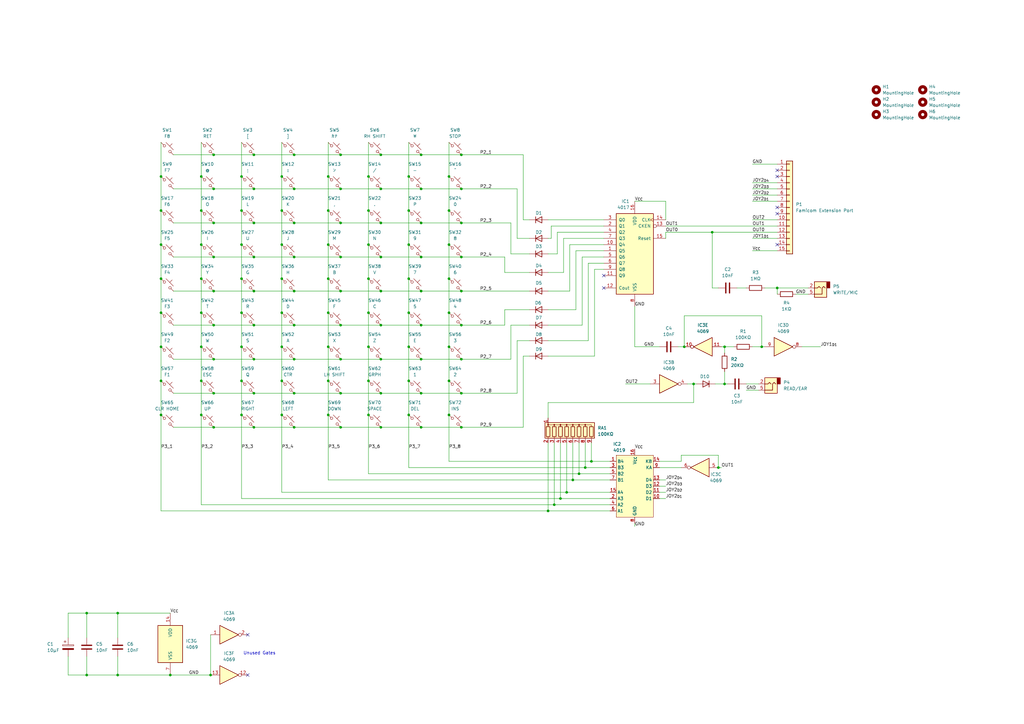
<source format=kicad_sch>
(kicad_sch (version 20250114) (generator "eeschema") (generator_version "9.0")
  (paper "A3")
  (title_block (title "Nintendo Famicom Keyboard HVC-007") (date "25/DEC/2025") (rev "WIP") (company "Brett Hallen"))
  (text "Unused Gates" (at 106.426 267.97 0) (effects (font (size 1.27 1.27))))
  (junction (at 99.06 86.36))
  (junction (at 87.63 161.29))
  (junction (at 134.62 142.24))
  (junction (at 184.15 86.36))
  (junction (at 69.85 276.86))
  (junction (at 115.57 156.21))
  (junction (at 66.04 114.3))
  (junction (at 240.03 191.77))
  (junction (at 151.13 86.36))
  (junction (at 134.62 170.18))
  (junction (at 156.21 63.5))
  (junction (at 172.72 63.5))
  (junction (at 151.13 100.33))
  (junction (at 151.13 142.24))
  (junction (at 87.63 77.47))
  (junction (at 167.64 86.36))
  (junction (at 82.55 100.33))
  (junction (at 172.72 77.47))
  (junction (at 172.72 147.32))
  (junction (at 104.14 119.38))
  (junction (at 99.06 72.39))
  (junction (at 139.7 105.41))
  (junction (at 115.57 86.36))
  (junction (at 167.64 142.24))
  (junction (at 234.95 196.85))
  (junction (at 87.63 119.38))
  (junction (at 156.21 161.29))
  (junction (at 87.63 175.26))
  (junction (at 189.23 147.32))
  (junction (at 115.57 72.39))
  (junction (at 284.48 157.48))
  (junction (at 242.57 189.23))
  (junction (at 167.64 170.18))
  (junction (at 35.56 276.86))
  (junction (at 99.06 128.27))
  (junction (at 224.79 209.55))
  (junction (at 66.04 142.24))
  (junction (at 151.13 72.39))
  (junction (at 318.77 118.11))
  (junction (at 189.23 119.38))
  (junction (at 120.65 175.26))
  (junction (at 156.21 119.38))
  (junction (at 189.23 63.5))
  (junction (at 120.65 147.32))
  (junction (at 151.13 156.21))
  (junction (at 104.14 133.35))
  (junction (at 87.63 147.32))
  (junction (at 66.04 128.27))
  (junction (at 134.62 114.3))
  (junction (at 167.64 100.33))
  (junction (at 184.15 72.39))
  (junction (at 48.26 251.46))
  (junction (at 115.57 114.3))
  (junction (at 120.65 105.41))
  (junction (at 66.04 100.33))
  (junction (at 104.14 105.41))
  (junction (at 184.15 156.21))
  (junction (at 134.62 100.33))
  (junction (at 82.55 128.27))
  (junction (at 189.23 161.29))
  (junction (at 312.42 142.24))
  (junction (at 294.64 191.77))
  (junction (at 99.06 142.24))
  (junction (at 229.87 204.47))
  (junction (at 82.55 72.39))
  (junction (at 280.67 142.24))
  (junction (at 297.18 157.48))
  (junction (at 139.7 63.5))
  (junction (at 120.65 63.5))
  (junction (at 104.14 147.32))
  (junction (at 104.14 175.26))
  (junction (at 156.21 105.41))
  (junction (at 66.04 72.39))
  (junction (at 156.21 147.32))
  (junction (at 167.64 72.39))
  (junction (at 99.06 114.3))
  (junction (at 151.13 128.27))
  (junction (at 87.63 105.41))
  (junction (at 184.15 128.27))
  (junction (at 297.18 142.24))
  (junction (at 139.7 77.47))
  (junction (at 139.7 161.29))
  (junction (at 184.15 170.18))
  (junction (at 189.23 175.26))
  (junction (at 139.7 147.32))
  (junction (at 167.64 114.3))
  (junction (at 184.15 142.24))
  (junction (at 172.72 161.29))
  (junction (at 120.65 119.38))
  (junction (at 139.7 119.38))
  (junction (at 104.14 77.47))
  (junction (at 87.63 91.44))
  (junction (at 227.33 207.01))
  (junction (at 82.55 156.21))
  (junction (at 134.62 86.36))
  (junction (at 167.64 128.27))
  (junction (at 139.7 133.35))
  (junction (at 237.49 194.31))
  (junction (at 156.21 175.26))
  (junction (at 104.14 91.44))
  (junction (at 87.63 133.35))
  (junction (at 104.14 63.5))
  (junction (at 104.14 161.29))
  (junction (at 120.65 161.29))
  (junction (at 189.23 91.44))
  (junction (at 139.7 175.26))
  (junction (at 139.7 91.44))
  (junction (at 115.57 170.18))
  (junction (at 120.65 91.44))
  (junction (at 86.36 276.86))
  (junction (at 115.57 128.27))
  (junction (at 99.06 100.33))
  (junction (at 120.65 133.35))
  (junction (at 99.06 170.18))
  (junction (at 134.62 156.21))
  (junction (at 156.21 133.35))
  (junction (at 134.62 72.39))
  (junction (at 189.23 133.35))
  (junction (at 172.72 119.38))
  (junction (at 172.72 91.44))
  (junction (at 184.15 100.33))
  (junction (at 167.64 156.21))
  (junction (at 82.55 114.3))
  (junction (at 156.21 91.44))
  (junction (at 66.04 86.36))
  (junction (at 232.41 201.93))
  (junction (at 184.15 114.3))
  (junction (at 172.72 175.26))
  (junction (at 35.56 251.46))
  (junction (at 82.55 142.24))
  (junction (at 151.13 170.18))
  (junction (at 99.06 156.21))
  (junction (at 66.04 156.21))
  (junction (at 151.13 114.3))
  (junction (at 172.72 105.41))
  (junction (at 189.23 77.47))
  (junction (at 66.04 170.18))
  (junction (at 82.55 86.36))
  (junction (at 156.21 77.47))
  (junction (at 189.23 105.41))
  (junction (at 48.26 276.86))
  (junction (at 134.62 128.27))
  (junction (at 172.72 133.35))
  (junction (at 115.57 100.33))
  (junction (at 115.57 142.24))
  (junction (at 82.55 170.18))
  (junction (at 87.63 63.5))
  (junction (at 120.65 77.47))
  (junction (at 292.1 95.25))
  (no_connect (at 318.77 69.85))
  (no_connect (at 318.77 72.39))
  (no_connect (at 101.6 260.35))
  (no_connect (at 318.77 85.09))
  (no_connect (at 247.65 113.03))
  (no_connect (at 247.65 118.11))
  (no_connect (at 101.6 276.86))
  (no_connect (at 318.77 87.63))
  (no_connect (at 318.77 100.33))
  (wire (pts (xy 273.05 95.25) (xy 273.05 97.79)))
  (wire (pts (xy 115.57 114.3) (xy 115.57 128.27)))
  (wire (pts (xy 294.64 186.69) (xy 294.64 191.77)))
  (wire (pts (xy 237.49 181.61) (xy 237.49 194.31)))
  (wire (pts (xy 66.04 100.33) (xy 66.04 114.3)))
  (wire (pts (xy 293.37 157.48) (xy 297.18 157.48)))
  (wire (pts (xy 139.7 91.44) (xy 156.21 91.44)))
  (wire (pts (xy 279.4 186.69) (xy 294.64 186.69)))
  (wire (pts (xy 234.95 196.85) (xy 134.62 196.85)))
  (wire (pts (xy 71.12 63.5) (xy 87.63 63.5)))
  (wire (pts (xy 242.57 189.23) (xy 184.15 189.23)))
  (wire (pts (xy 184.15 72.39) (xy 184.15 86.36)))
  (wire (pts (xy 104.14 161.29) (xy 120.65 161.29)))
  (wire (pts (xy 151.13 58.42) (xy 151.13 72.39)))
  (wire (pts (xy 273.05 92.71) (xy 318.77 92.71)))
  (wire (pts (xy 172.72 175.26) (xy 189.23 175.26)))
  (wire (pts (xy 172.72 119.38) (xy 189.23 119.38)))
  (wire (pts (xy 71.12 133.35) (xy 87.63 133.35)))
  (wire (pts (xy 87.63 161.29) (xy 104.14 161.29)))
  (wire (pts (xy 233.68 100.33) (xy 247.65 100.33)))
  (wire (pts (xy 302.26 118.11) (xy 306.07 118.11)))
  (wire (pts (xy 227.33 207.01) (xy 82.55 207.01)))
  (wire (pts (xy 99.06 128.27) (xy 99.06 142.24)))
  (wire (pts (xy 115.57 58.42) (xy 115.57 72.39)))
  (wire (pts (xy 99.06 100.33) (xy 99.06 114.3)))
  (wire (pts (xy 48.26 251.46) (xy 69.85 251.46)))
  (wire (pts (xy 115.57 86.36) (xy 115.57 100.33)))
  (wire (pts (xy 189.23 63.5) (xy 214.63 63.5)))
  (wire (pts (xy 27.94 276.86) (xy 35.56 276.86)))
  (wire (pts (xy 279.4 189.23) (xy 279.4 186.69)))
  (wire (pts (xy 35.56 269.24) (xy 35.56 276.86)))
  (wire (pts (xy 189.23 77.47) (xy 212.09 77.47)))
  (wire (pts (xy 82.55 156.21) (xy 82.55 170.18)))
  (wire (pts (xy 66.04 86.36) (xy 66.04 100.33)))
  (wire (pts (xy 231.14 111.76) (xy 231.14 97.79)))
  (wire (pts (xy 238.76 133.35) (xy 238.76 105.41)))
  (wire (pts (xy 250.19 194.31) (xy 237.49 194.31)))
  (wire (pts (xy 82.55 128.27) (xy 82.55 142.24)))
  (wire (pts (xy 273.05 196.85) (xy 270.51 196.85)))
  (wire (pts (xy 151.13 128.27) (xy 151.13 142.24)))
  (wire (pts (xy 156.21 63.5) (xy 172.72 63.5)))
  (wire (pts (xy 214.63 90.17) (xy 214.63 63.5)))
  (wire (pts (xy 189.23 161.29) (xy 212.09 161.29)))
  (wire (pts (xy 82.55 170.18) (xy 82.55 207.01)))
  (wire (pts (xy 212.09 97.79) (xy 212.09 77.47)))
  (wire (pts (xy 172.72 161.29) (xy 189.23 161.29)))
  (wire (pts (xy 139.7 105.41) (xy 156.21 105.41)))
  (wire (pts (xy 270.51 191.77) (xy 279.4 191.77)))
  (wire (pts (xy 156.21 133.35) (xy 172.72 133.35)))
  (wire (pts (xy 134.62 58.42) (xy 134.62 72.39)))
  (wire (pts (xy 250.19 189.23) (xy 242.57 189.23)))
  (wire (pts (xy 217.17 90.17) (xy 214.63 90.17)))
  (wire (pts (xy 184.15 128.27) (xy 184.15 142.24)))
  (wire (pts (xy 250.19 201.93) (xy 232.41 201.93)))
  (wire (pts (xy 167.64 86.36) (xy 167.64 100.33)))
  (wire (pts (xy 82.55 58.42) (xy 82.55 72.39)))
  (wire (pts (xy 292.1 95.25) (xy 292.1 118.11)))
  (wire (pts (xy 250.19 191.77) (xy 240.03 191.77)))
  (wire (pts (xy 167.64 142.24) (xy 167.64 156.21)))
  (wire (pts (xy 35.56 251.46) (xy 48.26 251.46)))
  (wire (pts (xy 184.15 58.42) (xy 184.15 72.39)))
  (wire (pts (xy 48.26 261.62) (xy 48.26 251.46)))
  (wire (pts (xy 87.63 175.26) (xy 104.14 175.26)))
  (wire (pts (xy 312.42 129.54) (xy 312.42 142.24)))
  (wire (pts (xy 172.72 133.35) (xy 189.23 133.35)))
  (wire (pts (xy 167.64 128.27) (xy 167.64 142.24)))
  (wire (pts (xy 71.12 105.41) (xy 87.63 105.41)))
  (wire (pts (xy 224.79 139.7) (xy 241.3 139.7)))
  (wire (pts (xy 306.07 157.48) (xy 311.15 157.48)))
  (wire (pts (xy 242.57 181.61) (xy 242.57 189.23)))
  (wire (pts (xy 134.62 86.36) (xy 134.62 100.33)))
  (wire (pts (xy 280.67 142.24) (xy 280.67 129.54)))
  (wire (pts (xy 189.23 133.35) (xy 207.01 133.35)))
  (wire (pts (xy 66.04 142.24) (xy 66.04 156.21)))
  (wire (pts (xy 27.94 251.46) (xy 35.56 251.46)))
  (wire (pts (xy 139.7 77.47) (xy 156.21 77.47)))
  (wire (pts (xy 104.14 63.5) (xy 120.65 63.5)))
  (wire (pts (xy 99.06 86.36) (xy 99.06 100.33)))
  (wire (pts (xy 115.57 100.33) (xy 115.57 114.3)))
  (wire (pts (xy 292.1 95.25) (xy 318.77 95.25)))
  (wire (pts (xy 115.57 156.21) (xy 115.57 170.18)))
  (wire (pts (xy 151.13 72.39) (xy 151.13 86.36)))
  (wire (pts (xy 87.63 63.5) (xy 104.14 63.5)))
  (wire (pts (xy 212.09 139.7) (xy 212.09 161.29)))
  (wire (pts (xy 207.01 111.76) (xy 207.01 105.41)))
  (wire (pts (xy 115.57 142.24) (xy 115.57 156.21)))
  (wire (pts (xy 87.63 119.38) (xy 104.14 119.38)))
  (wire (pts (xy 236.22 102.87) (xy 247.65 102.87)))
  (wire (pts (xy 82.55 86.36) (xy 82.55 100.33)))
  (wire (pts (xy 189.23 119.38) (xy 217.17 119.38)))
  (wire (pts (xy 104.14 105.41) (xy 120.65 105.41)))
  (wire (pts (xy 139.7 119.38) (xy 156.21 119.38)))
  (wire (pts (xy 243.84 110.49) (xy 247.65 110.49)))
  (wire (pts (xy 189.23 91.44) (xy 209.55 91.44)))
  (wire (pts (xy 209.55 104.14) (xy 209.55 91.44)))
  (wire (pts (xy 232.41 181.61) (xy 232.41 201.93)))
  (wire (pts (xy 120.65 91.44) (xy 139.7 91.44)))
  (wire (pts (xy 306.07 160.02) (xy 311.15 160.02)))
  (wire (pts (xy 260.35 82.55) (xy 273.05 82.55)))
  (wire (pts (xy 87.63 133.35) (xy 104.14 133.35)))
  (wire (pts (xy 120.65 105.41) (xy 139.7 105.41)))
  (wire (pts (xy 167.64 58.42) (xy 167.64 72.39)))
  (wire (pts (xy 134.62 72.39) (xy 134.62 86.36)))
  (wire (pts (xy 104.14 147.32) (xy 120.65 147.32)))
  (wire (pts (xy 217.17 139.7) (xy 212.09 139.7)))
  (wire (pts (xy 224.79 90.17) (xy 247.65 90.17)))
  (wire (pts (xy 238.76 105.41) (xy 247.65 105.41)))
  (wire (pts (xy 66.04 72.39) (xy 66.04 86.36)))
  (wire (pts (xy 308.61 97.79) (xy 318.77 97.79)))
  (wire (pts (xy 167.64 114.3) (xy 167.64 128.27)))
  (wire (pts (xy 184.15 100.33) (xy 184.15 114.3)))
  (wire (pts (xy 151.13 142.24) (xy 151.13 156.21)))
  (wire (pts (xy 207.01 127) (xy 207.01 133.35)))
  (wire (pts (xy 232.41 201.93) (xy 115.57 201.93)))
  (wire (pts (xy 115.57 170.18) (xy 115.57 201.93)))
  (wire (pts (xy 120.65 119.38) (xy 139.7 119.38)))
  (wire (pts (xy 250.19 204.47) (xy 229.87 204.47)))
  (wire (pts (xy 278.13 142.24) (xy 280.67 142.24)))
  (wire (pts (xy 134.62 142.24) (xy 134.62 156.21)))
  (wire (pts (xy 66.04 170.18) (xy 66.04 209.55)))
  (wire (pts (xy 104.14 77.47) (xy 120.65 77.47)))
  (wire (pts (xy 260.35 125.73) (xy 260.35 142.24)))
  (wire (pts (xy 184.15 156.21) (xy 184.15 170.18)))
  (wire (pts (xy 240.03 181.61) (xy 240.03 191.77)))
  (wire (pts (xy 167.64 100.33) (xy 167.64 114.3)))
  (wire (pts (xy 224.79 111.76) (xy 231.14 111.76)))
  (wire (pts (xy 139.7 175.26) (xy 156.21 175.26)))
  (wire (pts (xy 318.77 118.11) (xy 313.69 118.11)))
  (wire (pts (xy 297.18 144.78) (xy 297.18 142.24)))
  (wire (pts (xy 167.64 156.21) (xy 167.64 170.18)))
  (wire (pts (xy 82.55 72.39) (xy 82.55 86.36)))
  (wire (pts (xy 99.06 114.3) (xy 99.06 128.27)))
  (wire (pts (xy 104.14 119.38) (xy 120.65 119.38)))
  (wire (pts (xy 115.57 72.39) (xy 115.57 86.36)))
  (wire (pts (xy 86.36 260.35) (xy 86.36 276.86)))
  (wire (pts (xy 224.79 181.61) (xy 224.79 209.55)))
  (wire (pts (xy 120.65 147.32) (xy 139.7 147.32)))
  (wire (pts (xy 217.17 104.14) (xy 209.55 104.14)))
  (wire (pts (xy 228.6 95.25) (xy 247.65 95.25)))
  (wire (pts (xy 151.13 114.3) (xy 151.13 128.27)))
  (wire (pts (xy 217.17 97.79) (xy 212.09 97.79)))
  (wire (pts (xy 273.05 201.93) (xy 270.51 201.93)))
  (wire (pts (xy 172.72 77.47) (xy 189.23 77.47)))
  (wire (pts (xy 184.15 142.24) (xy 184.15 156.21)))
  (wire (pts (xy 227.33 181.61) (xy 227.33 207.01)))
  (wire (pts (xy 139.7 63.5) (xy 156.21 63.5)))
  (wire (pts (xy 284.48 157.48) (xy 285.75 157.48)))
  (wire (pts (xy 167.64 170.18) (xy 167.64 191.77)))
  (wire (pts (xy 308.61 102.87) (xy 318.77 102.87)))
  (wire (pts (xy 120.65 133.35) (xy 139.7 133.35)))
  (wire (pts (xy 297.18 157.48) (xy 298.45 157.48)))
  (wire (pts (xy 308.61 77.47) (xy 318.77 77.47)))
  (wire (pts (xy 217.17 127) (xy 207.01 127)))
  (wire (pts (xy 224.79 104.14) (xy 228.6 104.14)))
  (wire (pts (xy 134.62 170.18) (xy 134.62 196.85)))
  (wire (pts (xy 331.47 118.11) (xy 318.77 118.11)))
  (wire (pts (xy 69.85 276.86) (xy 48.26 276.86)))
  (wire (pts (xy 82.55 100.33) (xy 82.55 114.3)))
  (wire (pts (xy 71.12 175.26) (xy 87.63 175.26)))
  (wire (pts (xy 308.61 67.31) (xy 318.77 67.31)))
  (wire (pts (xy 228.6 104.14) (xy 228.6 95.25)))
  (wire (pts (xy 120.65 77.47) (xy 139.7 77.47)))
  (wire (pts (xy 115.57 128.27) (xy 115.57 142.24)))
  (wire (pts (xy 273.05 204.47) (xy 270.51 204.47)))
  (wire (pts (xy 184.15 86.36) (xy 184.15 100.33)))
  (wire (pts (xy 229.87 181.61) (xy 229.87 204.47)))
  (wire (pts (xy 240.03 191.77) (xy 167.64 191.77)))
  (wire (pts (xy 217.17 111.76) (xy 207.01 111.76)))
  (wire (pts (xy 189.23 147.32) (xy 209.55 147.32)))
  (wire (pts (xy 297.18 152.4) (xy 297.18 157.48)))
  (wire (pts (xy 273.05 199.39) (xy 270.51 199.39)))
  (wire (pts (xy 139.7 161.29) (xy 156.21 161.29)))
  (wire (pts (xy 281.94 157.48) (xy 284.48 157.48)))
  (wire (pts (xy 99.06 58.42) (xy 99.06 72.39)))
  (wire (pts (xy 172.72 91.44) (xy 189.23 91.44)))
  (wire (pts (xy 217.17 146.05) (xy 214.63 146.05)))
  (wire (pts (xy 156.21 175.26) (xy 172.72 175.26)))
  (wire (pts (xy 156.21 105.41) (xy 172.72 105.41)))
  (wire (pts (xy 156.21 119.38) (xy 172.72 119.38)))
  (wire (pts (xy 318.77 118.11) (xy 318.77 120.65)))
  (wire (pts (xy 151.13 156.21) (xy 151.13 170.18)))
  (wire (pts (xy 66.04 114.3) (xy 66.04 128.27)))
  (wire (pts (xy 99.06 72.39) (xy 99.06 86.36)))
  (wire (pts (xy 237.49 194.31) (xy 151.13 194.31)))
  (wire (pts (xy 224.79 171.45) (xy 224.79 165.1)))
  (wire (pts (xy 250.19 196.85) (xy 234.95 196.85)))
  (wire (pts (xy 224.79 165.1) (xy 284.48 165.1)))
  (wire (pts (xy 224.79 146.05) (xy 243.84 146.05)))
  (wire (pts (xy 209.55 133.35) (xy 209.55 147.32)))
  (wire (pts (xy 273.05 95.25) (xy 292.1 95.25)))
  (wire (pts (xy 82.55 114.3) (xy 82.55 128.27)))
  (wire (pts (xy 172.72 63.5) (xy 189.23 63.5)))
  (wire (pts (xy 99.06 142.24) (xy 99.06 156.21)))
  (wire (pts (xy 134.62 128.27) (xy 134.62 142.24)))
  (wire (pts (xy 66.04 58.42) (xy 66.04 72.39)))
  (wire (pts (xy 156.21 91.44) (xy 172.72 91.44)))
  (wire (pts (xy 66.04 156.21) (xy 66.04 170.18)))
  (wire (pts (xy 217.17 133.35) (xy 209.55 133.35)))
  (wire (pts (xy 224.79 119.38) (xy 233.68 119.38)))
  (wire (pts (xy 295.91 142.24) (xy 297.18 142.24)))
  (wire (pts (xy 104.14 175.26) (xy 120.65 175.26)))
  (wire (pts (xy 189.23 175.26) (xy 214.63 175.26)))
  (wire (pts (xy 35.56 251.46) (xy 35.56 261.62)))
  (wire (pts (xy 250.19 207.01) (xy 227.33 207.01)))
  (wire (pts (xy 226.06 97.79) (xy 226.06 92.71)))
  (wire (pts (xy 167.64 72.39) (xy 167.64 86.36)))
  (wire (pts (xy 214.63 146.05) (xy 214.63 175.26)))
  (wire (pts (xy 99.06 170.18) (xy 99.06 204.47)))
  (wire (pts (xy 308.61 82.55) (xy 318.77 82.55)))
  (wire (pts (xy 134.62 156.21) (xy 134.62 170.18)))
  (wire (pts (xy 134.62 100.33) (xy 134.62 114.3)))
  (wire (pts (xy 224.79 127) (xy 236.22 127)))
  (wire (pts (xy 82.55 142.24) (xy 82.55 156.21)))
  (wire (pts (xy 243.84 146.05) (xy 243.84 110.49)))
  (wire (pts (xy 326.39 120.65) (xy 331.47 120.65)))
  (wire (pts (xy 71.12 77.47) (xy 87.63 77.47)))
  (wire (pts (xy 241.3 107.95) (xy 247.65 107.95)))
  (wire (pts (xy 184.15 114.3) (xy 184.15 128.27)))
  (wire (pts (xy 151.13 100.33) (xy 151.13 114.3)))
  (wire (pts (xy 328.93 142.24) (xy 336.55 142.24)))
  (wire (pts (xy 71.12 119.38) (xy 87.63 119.38)))
  (wire (pts (xy 35.56 276.86) (xy 48.26 276.86)))
  (wire (pts (xy 87.63 77.47) (xy 104.14 77.47)))
  (wire (pts (xy 224.79 97.79) (xy 226.06 97.79)))
  (wire (pts (xy 87.63 147.32) (xy 104.14 147.32)))
  (wire (pts (xy 260.35 214.63) (xy 260.35 215.9)))
  (wire (pts (xy 189.23 105.41) (xy 207.01 105.41)))
  (wire (pts (xy 151.13 170.18) (xy 151.13 194.31)))
  (wire (pts (xy 308.61 80.01) (xy 318.77 80.01)))
  (wire (pts (xy 156.21 161.29) (xy 172.72 161.29)))
  (wire (pts (xy 308.61 142.24) (xy 312.42 142.24)))
  (wire (pts (xy 66.04 128.27) (xy 66.04 142.24)))
  (wire (pts (xy 71.12 161.29) (xy 87.63 161.29)))
  (wire (pts (xy 104.14 133.35) (xy 120.65 133.35)))
  (wire (pts (xy 120.65 161.29) (xy 139.7 161.29)))
  (wire (pts (xy 27.94 269.24) (xy 27.94 276.86)))
  (wire (pts (xy 156.21 77.47) (xy 172.72 77.47)))
  (wire (pts (xy 297.18 142.24) (xy 300.99 142.24)))
  (wire (pts (xy 236.22 127) (xy 236.22 102.87)))
  (wire (pts (xy 184.15 170.18) (xy 184.15 189.23)))
  (wire (pts (xy 241.3 139.7) (xy 241.3 107.95)))
  (wire (pts (xy 295.91 191.77) (xy 294.64 191.77)))
  (wire (pts (xy 256.54 157.48) (xy 266.7 157.48)))
  (wire (pts (xy 151.13 86.36) (xy 151.13 100.33)))
  (wire (pts (xy 48.26 276.86) (xy 48.26 269.24)))
  (wire (pts (xy 120.65 175.26) (xy 139.7 175.26)))
  (wire (pts (xy 71.12 91.44) (xy 87.63 91.44)))
  (wire (pts (xy 250.19 209.55) (xy 224.79 209.55)))
  (wire (pts (xy 284.48 165.1) (xy 284.48 157.48)))
  (wire (pts (xy 134.62 114.3) (xy 134.62 128.27)))
  (wire (pts (xy 104.14 91.44) (xy 120.65 91.44)))
  (wire (pts (xy 27.94 251.46) (xy 27.94 261.62)))
  (wire (pts (xy 312.42 142.24) (xy 313.69 142.24)))
  (wire (pts (xy 231.14 97.79) (xy 247.65 97.79)))
  (wire (pts (xy 229.87 204.47) (xy 99.06 204.47)))
  (wire (pts (xy 71.12 147.32) (xy 87.63 147.32)))
  (wire (pts (xy 224.79 209.55) (xy 66.04 209.55)))
  (wire (pts (xy 172.72 105.41) (xy 189.23 105.41)))
  (wire (pts (xy 120.65 63.5) (xy 139.7 63.5)))
  (wire (pts (xy 308.61 74.93) (xy 318.77 74.93)))
  (wire (pts (xy 87.63 91.44) (xy 104.14 91.44)))
  (wire (pts (xy 292.1 118.11) (xy 294.64 118.11)))
  (wire (pts (xy 226.06 92.71) (xy 247.65 92.71)))
  (wire (pts (xy 308.61 90.17) (xy 318.77 90.17)))
  (wire (pts (xy 172.72 147.32) (xy 189.23 147.32)))
  (wire (pts (xy 99.06 156.21) (xy 99.06 170.18)))
  (wire (pts (xy 270.51 189.23) (xy 279.4 189.23)))
  (wire (pts (xy 280.67 129.54) (xy 312.42 129.54)))
  (wire (pts (xy 260.35 142.24) (xy 270.51 142.24)))
  (wire (pts (xy 69.85 276.86) (xy 86.36 276.86)))
  (wire (pts (xy 156.21 147.32) (xy 172.72 147.32)))
  (wire (pts (xy 139.7 133.35) (xy 156.21 133.35)))
  (wire (pts (xy 234.95 181.61) (xy 234.95 196.85)))
  (wire (pts (xy 224.79 133.35) (xy 238.76 133.35)))
  (wire (pts (xy 233.68 119.38) (xy 233.68 100.33)))
  (wire (pts (xy 139.7 147.32) (xy 156.21 147.32)))
  (wire (pts (xy 87.63 105.41) (xy 104.14 105.41)))
  (wire (pts (xy 273.05 90.17) (xy 273.05 82.55)))
  (label "OUT1" (at 273.05 92.71 0))
  (label "JOY2_{D2}" (at 273.05 201.93 0))
  (label "OUT1" (at 295.91 191.77 0))
  (label "GND" (at 260.35 125.73 0))
  (label "JOY2_{D3}" (at 273.05 199.39 0))
  (label "JOY2_{D1}" (at 273.05 204.47 0))
  (label "GND" (at 77.47 276.86 0))
  (label "V_{CC}" (at 69.85 251.46 0))
  (label "JOY1_{D1}" (at 336.55 142.24 0))
  (label "GND" (at 326.39 120.65 0))
  (label "P2_5" (at 196.85 119.38 0))
  (label "P2_6" (at 196.85 133.35 0))
  (label "P2_7" (at 196.85 147.32 0))
  (label "P2_8" (at 196.85 161.29 0))
  (label "P2_9" (at 196.85 175.26 0))
  (label "P2_4" (at 196.85 105.41 0))
  (label "P2_3" (at 196.85 91.44 0))
  (label "P2_2" (at 196.85 77.47 0))
  (label "P2_1" (at 196.85 63.5 0))
  (label "V_{CC}" (at 260.35 82.55 0))
  (label "GND" (at 260.35 215.9 0))
  (label "GND" (at 306.07 160.02 0))
  (label "JOY2_{D2}" (at 308.61 80.01 0))
  (label "JOY2_{D4}" (at 308.61 74.93 0))
  (label "JOY2_{D1}" (at 308.61 82.55 0))
  (label "JOY2_{D3}" (at 308.61 77.47 0))
  (label "OUT1" (at 308.61 92.71 0))
  (label "OUT2" (at 308.61 90.17 0))
  (label "OUT0" (at 308.61 95.25 0))
  (label "JOY1_{D1}" (at 308.61 97.79 0))
  (label "GND" (at 308.61 67.31 0))
  (label "V_{CC}" (at 308.61 102.87 0))
  (label "GND" (at 264.16 142.24 0))
  (label "OUT2" (at 256.54 157.48 0))
  (label "JOY2_{D4}" (at 273.05 196.85 0))
  (label "OUT0" (at 273.05 95.25 0))
  (label "V_{CC}" (at 260.35 184.15 0))
  (label "P3_6" (at 151.13 184.15 0))
  (label "P3_7" (at 167.64 184.15 0))
  (label "P3_8" (at 184.15 184.15 0))
  (label "P3_3" (at 99.06 184.15 0))
  (label "P3_5" (at 134.62 184.15 0))
  (label "P3_4" (at 115.57 184.15 0))
  (label "P3_2" (at 82.55 184.15 0))
  (label "P3_1" (at 66.04 184.15 0))
  (symbol (lib_id "Switch:SW_Push_45deg") (at 85.09 60.96 0) (unit 1)
    (property "Reference" "SW2" (at 85.09 53.34 0))
    (property "Value" "RET" (at 85.09 55.88 0))
    (property "Footprint" "PCM_Switch_Keyboard_Cherry_MX:SW_Cherry_MX_PCB_2.00u" (effects (hide yes)))
    (property "Description" "Push button switch, normally open, two pins, 45° tilted" (effects (hide yes)))
  )
  (symbol (lib_id "Switch:SW_Push_45deg") (at 85.09 102.87 0) (unit 1)
    (property "Reference" "SW26" (at 85.09 95.25 0))
    (property "Value" "I" (at 85.09 97.79 0))
    (property "Footprint" "PCM_Switch_Keyboard_Cherry_MX:SW_Cherry_MX_PCB_1.00u" (effects (hide yes)))
    (property "Description" "Push button switch, normally open, two pins, 45° tilted" (effects (hide yes)))
  )
  (symbol (lib_id "Switch:SW_Push_45deg") (at 85.09 88.9 0) (unit 1)
    (property "Reference" "SW18" (at 85.09 81.28 0))
    (property "Value" "O" (at 85.09 83.82 0))
    (property "Footprint" "PCM_Switch_Keyboard_Cherry_MX:SW_Cherry_MX_PCB_1.00u" (effects (hide yes)))
    (property "Description" "Push button switch, normally open, two pins, 45° tilted" (effects (hide yes)))
  )
  (symbol (lib_id "Switch:SW_Push_45deg") (at 85.09 172.72 0) (unit 1)
    (property "Reference" "SW66" (at 85.09 165.1 0))
    (property "Value" "UP" (at 85.09 167.64 0))
    (property "Footprint" "PCM_Switch_Keyboard_Cherry_MX:SW_Cherry_MX_PCB_2.00u" (effects (hide yes)))
    (property "Description" "Push button switch, normally open, two pins, 45° tilted" (effects (hide yes)))
  )
  (symbol (lib_id "Switch:SW_Push_45deg") (at 68.58 74.93 0) (unit 1)
    (property "Reference" "SW9" (at 68.58 67.31 0))
    (property "Value" "F7" (at 68.58 69.85 0))
    (property "Footprint" "PCM_Switch_Keyboard_Cherry_MX:SW_Cherry_MX_PCB_2.00u" (effects (hide yes)))
    (property "Description" "Push button switch, normally open, two pins, 45° tilted" (effects (hide yes)))
  )
  (symbol (lib_id "4xxx:4017") (at 260.35 102.87 0) (mirror y) (unit 1)
    (property "Reference" "IC1" (at 258.2067 82.55 0) (effects (justify left)))
    (property "Value" "4017" (at 258.2067 85.09 0) (effects (justify left)))
    (property "Footprint" "Package_DIP:DIP-16_W7.62mm" (effects (hide yes)))
    (property "Datasheet" "http://www.intersil.com/content/dam/Intersil/documents/cd40/cd4017bms-22bms.pdf" (effects (hide yes)))
    (property "Description" "Johnson Counter ( 10 outputs )" (effects (hide yes)))
  )
  (symbol (lib_id "Device:R") (at 322.58 120.65 90) (unit 1)
    (property "Reference" "R4" (at 322.58 124.206 90))
    (property "Value" "1KΩ" (at 322.58 126.746 90))
    (property "Footprint" "Resistor_THT:R_Axial_DIN0207_L6.3mm_D2.5mm_P10.16mm_Horizontal" (effects (hide yes)))
    (property "Description" "Resistor" (effects (hide yes)))
  )
  (symbol (lib_id "Mechanical:MountingHole") (at 359.41 46.99 0) (unit 1) (in_bom no)
    (property "Reference" "H3" (at 361.95 45.7199 0) (effects (justify left)))
    (property "Value" "MountingHole" (at 361.95 48.2599 0) (effects (justify left)))
    (property "Footprint" "MountingHole:MountingHole_3.2mm_M3" (effects (hide yes)))
    (property "Description" "Mounting Hole without connection" (effects (hide yes)))
  )
  (symbol (lib_id "Switch:SW_Push_45deg") (at 68.58 144.78 0) (unit 1)
    (property "Reference" "SW49" (at 68.58 137.16 0))
    (property "Value" "F2" (at 68.58 139.7 0))
    (property "Footprint" "PCM_Switch_Keyboard_Cherry_MX:SW_Cherry_MX_PCB_2.00u" (effects (hide yes)))
    (property "Description" "Push button switch, normally open, two pins, 45° tilted" (effects (hide yes)))
  )
  (symbol (lib_id "Switch:SW_Push_45deg") (at 153.67 172.72 0) (unit 1)
    (property "Reference" "SW70" (at 153.67 165.1 0))
    (property "Value" "SPACE" (at 153.67 167.64 0))
    (property "Footprint" "PCM_Switch_Keyboard_Cherry_MX:SW_Cherry_MX_PCB_7.00u" (effects (hide yes)))
    (property "Description" "Push button switch, normally open, two pins, 45° tilted" (effects (hide yes)))
  )
  (symbol (lib_id "Clueless_Engineer:4019") (at 260.35 184.15 0) (unit 1)
    (property "Reference" "IC2" (at 251.46 182.118 0) (effects (justify left)))
    (property "Value" "4019" (at 251.46 184.658 0) (effects (justify left)))
    (property "Footprint" "Package_DIP:DIP-16_W7.62mm" (effects (hide yes)))
    (property "Datasheet" "https://www.ti.com/lit/ds/symlink/cd4019b.pdf?ts=1766550925561" (effects (hide yes)))
    (property "Description" "CMOS Quad AND/OR Select Gate" (effects (hide yes)))
  )
  (symbol (lib_id "Switch:SW_Push_45deg") (at 186.69 130.81 0) (unit 1)
    (property "Reference" "SW48" (at 186.69 123.19 0))
    (property "Value" "4" (at 186.69 125.73 0))
    (property "Footprint" "PCM_Switch_Keyboard_Cherry_MX:SW_Cherry_MX_PCB_1.00u" (effects (hide yes)))
    (property "Description" "Push button switch, normally open, two pins, 45° tilted" (effects (hide yes)))
  )
  (symbol (lib_name "AudioJack2_1") (lib_id "Connector_Audio:AudioJack2") (at 316.23 157.48 180) (unit 1)
    (property "Reference" "P4" (at 321.31 156.8449 0) (effects (justify right)))
    (property "Value" "READ/EAR" (at 321.31 159.3849 0) (effects (justify right)))
    (property "Footprint" "Clueless_Engineer:SJ3350820BTR" (effects (hide yes)))
    (property "Description" "Audio Jack, 2 Poles (Mono / TS)" (effects (hide yes)))
  )
  (symbol (lib_id "Device:C") (at 302.26 157.48 90) (unit 1)
    (property "Reference" "C3" (at 302.26 162.306 90))
    (property "Value" "10nF" (at 302.26 164.846 90))
    (property "Footprint" "Capacitor_THT:C_Axial_L3.8mm_D2.6mm_P7.50mm_Horizontal" (effects (hide yes)))
    (property "Description" "Unpolarized capacitor" (effects (hide yes)))
  )
  (symbol (lib_id "Switch:SW_Push_45deg") (at 170.18 116.84 0) (unit 1)
    (property "Reference" "SW39" (at 170.18 109.22 0))
    (property "Value" "7" (at 170.18 111.76 0))
    (property "Footprint" "PCM_Switch_Keyboard_Cherry_MX:SW_Cherry_MX_PCB_1.00u" (effects (hide yes)))
    (property "Description" "Push button switch, normally open, two pins, 45° tilted" (effects (hide yes)))
  )
  (symbol (lib_id "Mechanical:MountingHole") (at 378.46 36.83 0) (unit 1) (in_bom no)
    (property "Reference" "H4" (at 381 35.5599 0) (effects (justify left)))
    (property "Value" "MountingHole" (at 381 38.0999 0) (effects (justify left)))
    (property "Footprint" "MountingHole:MountingHole_3.2mm_M3" (effects (hide yes)))
    (property "Description" "Mounting Hole without connection" (effects (hide yes)))
  )
  (symbol (lib_id "Switch:SW_Push_45deg") (at 118.11 102.87 0) (unit 1)
    (property "Reference" "SW28" (at 118.11 95.25 0))
    (property "Value" "J" (at 118.11 97.79 0))
    (property "Footprint" "PCM_Switch_Keyboard_Cherry_MX:SW_Cherry_MX_PCB_1.00u" (effects (hide yes)))
    (property "Description" "Push button switch, normally open, two pins, 45° tilted" (effects (hide yes)))
  )
  (symbol (lib_id "Switch:SW_Push_45deg") (at 68.58 158.75 0) (unit 1)
    (property "Reference" "SW57" (at 68.58 151.13 0))
    (property "Value" "F1" (at 68.58 153.67 0))
    (property "Footprint" "PCM_Switch_Keyboard_Cherry_MX:SW_Cherry_MX_PCB_2.00u" (effects (hide yes)))
    (property "Description" "Push button switch, normally open, two pins, 45° tilted" (effects (hide yes)))
  )
  (symbol (lib_id "Switch:SW_Push_45deg") (at 118.11 130.81 0) (unit 1)
    (property "Reference" "SW44" (at 118.11 123.19 0))
    (property "Value" "D" (at 118.11 125.73 0))
    (property "Footprint" "PCM_Switch_Keyboard_Cherry_MX:SW_Cherry_MX_PCB_1.00u" (effects (hide yes)))
    (property "Description" "Push button switch, normally open, two pins, 45° tilted" (effects (hide yes)))
  )
  (symbol (lib_id "Mechanical:MountingHole") (at 359.41 36.83 0) (unit 1) (in_bom no)
    (property "Reference" "H1" (at 361.95 35.5599 0) (effects (justify left)))
    (property "Value" "MountingHole" (at 361.95 38.0999 0) (effects (justify left)))
    (property "Footprint" "MountingHole:MountingHole_3.2mm_M3" (effects (hide yes)))
    (property "Description" "Mounting Hole without connection" (effects (hide yes)))
  )
  (symbol (lib_id "Device:R") (at 309.88 118.11 90) (unit 1)
    (property "Reference" "R3" (at 309.88 111.76 90))
    (property "Value" "1MΩ" (at 309.88 114.3 90))
    (property "Footprint" "Resistor_THT:R_Axial_DIN0207_L6.3mm_D2.5mm_P10.16mm_Horizontal" (effects (hide yes)))
    (property "Description" "Resistor" (effects (hide yes)))
  )
  (symbol (lib_id "Device:D") (at 220.98 111.76 0) (unit 1)
    (property "Reference" "D4" (at 220.98 108.966 0))
    (property "Value" "1N4148" (effects (hide yes)))
    (property "Footprint" "Diode_THT:D_DO-35_SOD27_P7.62mm_Horizontal" (effects (hide yes)))
    (property "Description" "Diode" (effects (hide yes)))
    (property "Sim.Device" "D" (effects (hide yes)))
    (property "Sim.Pins" "1=K 2=A" (effects (hide yes)))
  )
  (symbol (lib_id "4xxx:4069") (at 321.31 142.24 0) (unit 4)
    (property "Reference" "IC3" (at 321.31 133.35 0))
    (property "Value" "4069" (at 321.31 135.89 0))
    (property "Footprint" "Package_DIP:DIP-14_W7.62mm" (effects (hide yes)))
    (property "Datasheet" "http://www.intersil.com/content/dam/Intersil/documents/cd40/cd4069ubms.pdf" (effects (hide yes)))
    (property "Description" "Hex inverter" (effects (hide yes)))
  )
  (symbol (lib_id "Switch:SW_Push_45deg") (at 101.6 60.96 0) (unit 1)
    (property "Reference" "SW3" (at 101.6 53.34 0))
    (property "Value" "[" (at 101.6 55.88 0))
    (property "Footprint" "PCM_Switch_Keyboard_Cherry_MX:SW_Cherry_MX_PCB_1.00u" (effects (hide yes)))
    (property "Description" "Push button switch, normally open, two pins, 45° tilted" (effects (hide yes)))
  )
  (symbol (lib_id "4xxx:4069") (at 69.85 264.16 0) (unit 7)
    (property "Reference" "IC3" (at 76.2 262.8899 0) (effects (justify left)))
    (property "Value" "4069" (at 76.2 265.4299 0) (effects (justify left)))
    (property "Footprint" "Package_DIP:DIP-14_W7.62mm" (effects (hide yes)))
    (property "Datasheet" "http://www.intersil.com/content/dam/Intersil/documents/cd40/cd4069ubms.pdf" (effects (hide yes)))
    (property "Description" "Hex inverter" (effects (hide yes)))
  )
  (symbol (lib_id "Device:R_Network08") (at 234.95 176.53 0) (unit 1)
    (property "Reference" "RA1" (at 245.11 175.5139 0) (effects (justify left)))
    (property "Value" "100KΩ" (at 245.11 178.0539 0) (effects (justify left)))
    (property "Footprint" "Resistor_THT:R_Array_SIP9" (effects (hide yes)))
    (property "Datasheet" "http://www.vishay.com/docs/31509/csc.pdf" (effects (hide yes)))
    (property "Description" "8 resistor network, star topology, bussed resistors, small symbol" (effects (hide yes)))
  )
  (symbol (lib_id "Switch:SW_Push_45deg") (at 85.09 74.93 0) (unit 1)
    (property "Reference" "SW10" (at 85.09 67.31 0))
    (property "Value" "@" (at 85.09 69.85 0))
    (property "Footprint" "PCM_Switch_Keyboard_Cherry_MX:SW_Cherry_MX_PCB_1.00u" (effects (hide yes)))
    (property "Description" "Push button switch, normally open, two pins, 45° tilted" (effects (hide yes)))
  )
  (symbol (lib_id "Switch:SW_Push_45deg") (at 118.11 88.9 0) (unit 1)
    (property "Reference" "SW20" (at 118.11 81.28 0))
    (property "Value" "K" (at 118.11 83.82 0))
    (property "Footprint" "PCM_Switch_Keyboard_Cherry_MX:SW_Cherry_MX_PCB_1.00u" (effects (hide yes)))
    (property "Description" "Push button switch, normally open, two pins, 45° tilted" (effects (hide yes)))
  )
  (symbol (lib_id "Switch:SW_Push_45deg") (at 101.6 158.75 0) (unit 1)
    (property "Reference" "SW59" (at 101.6 151.13 0))
    (property "Value" "Q" (at 101.6 153.67 0))
    (property "Footprint" "PCM_Switch_Keyboard_Cherry_MX:SW_Cherry_MX_PCB_1.00u" (effects (hide yes)))
    (property "Description" "Push button switch, normally open, two pins, 45° tilted" (effects (hide yes)))
  )
  (symbol (lib_id "Device:C") (at 298.45 118.11 90) (unit 1)
    (property "Reference" "C2" (at 298.45 110.49 90))
    (property "Value" "10nF" (at 298.45 113.03 90))
    (property "Footprint" "Capacitor_THT:C_Axial_L3.8mm_D2.6mm_P7.50mm_Horizontal" (effects (hide yes)))
    (property "Description" "Unpolarized capacitor" (effects (hide yes)))
  )
  (symbol (lib_id "Switch:SW_Push_45deg") (at 101.6 74.93 0) (unit 1)
    (property "Reference" "SW11" (at 101.6 67.31 0))
    (property "Value" ";" (at 101.6 69.85 0))
    (property "Footprint" "PCM_Switch_Keyboard_Cherry_MX:SW_Cherry_MX_PCB_1.00u" (effects (hide yes)))
    (property "Description" "Push button switch, normally open, two pins, 45° tilted" (effects (hide yes)))
  )
  (symbol (lib_id "Switch:SW_Push_45deg") (at 186.69 144.78 0) (unit 1)
    (property "Reference" "SW56" (at 186.69 137.16 0))
    (property "Value" "3" (at 186.69 139.7 0))
    (property "Footprint" "PCM_Switch_Keyboard_Cherry_MX:SW_Cherry_MX_PCB_1.00u" (effects (hide yes)))
    (property "Description" "Push button switch, normally open, two pins, 45° tilted" (effects (hide yes)))
  )
  (symbol (lib_id "Switch:SW_Push_45deg") (at 137.16 60.96 0) (unit 1)
    (property "Reference" "SW5" (at 137.16 53.34 0))
    (property "Value" "カナ" (at 137.16 55.88 0))
    (property "Footprint" "PCM_Switch_Keyboard_Cherry_MX:SW_Cherry_MX_PCB_1.00u" (effects (hide yes)))
    (property "Description" "Push button switch, normally open, two pins, 45° tilted" (effects (hide yes)))
  )
  (symbol (lib_id "Switch:SW_Push_45deg") (at 170.18 60.96 0) (unit 1)
    (property "Reference" "SW7" (at 170.18 53.34 0))
    (property "Value" "￥" (at 170.18 55.88 0))
    (property "Footprint" "PCM_Switch_Keyboard_Cherry_MX:SW_Cherry_MX_PCB_1.00u" (effects (hide yes)))
    (property "Description" "Push button switch, normally open, two pins, 45° tilted" (effects (hide yes)))
  )
  (symbol (lib_id "Switch:SW_Push_45deg") (at 186.69 102.87 0) (unit 1)
    (property "Reference" "SW32" (at 186.69 95.25 0))
    (property "Value" "8" (at 186.69 97.79 0))
    (property "Footprint" "PCM_Switch_Keyboard_Cherry_MX:SW_Cherry_MX_PCB_1.00u" (effects (hide yes)))
    (property "Description" "Push button switch, normally open, two pins, 45° tilted" (effects (hide yes)))
  )
  (symbol (lib_id "Device:R") (at 304.8 142.24 90) (unit 1)
    (property "Reference" "R1" (at 304.8 135.89 90))
    (property "Value" "100KΩ" (at 304.8 138.43 90))
    (property "Footprint" "Resistor_THT:R_Axial_DIN0207_L6.3mm_D2.5mm_P10.16mm_Horizontal" (effects (hide yes)))
    (property "Description" "Resistor" (effects (hide yes)))
  )
  (symbol (lib_id "Device:C") (at 48.26 265.43 0) (unit 1)
    (property "Reference" "C6" (at 52.07 264.1599 0) (effects (justify left)))
    (property "Value" "10nF" (at 52.07 266.6999 0) (effects (justify left)))
    (property "Footprint" "Capacitor_THT:C_Axial_L3.8mm_D2.6mm_P7.50mm_Horizontal" (effects (hide yes)))
    (property "Description" "Unpolarized capacitor" (effects (hide yes)))
  )
  (symbol (lib_id "Switch:SW_Push_45deg") (at 118.11 116.84 0) (unit 1)
    (property "Reference" "SW36" (at 118.11 109.22 0))
    (property "Value" "H" (at 118.11 111.76 0))
    (property "Footprint" "PCM_Switch_Keyboard_Cherry_MX:SW_Cherry_MX_PCB_1.00u" (effects (hide yes)))
    (property "Description" "Push button switch, normally open, two pins, 45° tilted" (effects (hide yes)))
  )
  (symbol (lib_id "Switch:SW_Push_45deg") (at 170.18 172.72 0) (unit 1)
    (property "Reference" "SW71" (at 170.18 165.1 0))
    (property "Value" "DEL" (at 170.18 167.64 0))
    (property "Footprint" "PCM_Switch_Keyboard_Cherry_MX:SW_Cherry_MX_PCB_1.00u" (effects (hide yes)))
    (property "Description" "Push button switch, normally open, two pins, 45° tilted" (effects (hide yes)))
  )
  (symbol (lib_id "Switch:SW_Push_45deg") (at 68.58 102.87 0) (unit 1)
    (property "Reference" "SW25" (at 68.58 95.25 0))
    (property "Value" "F5" (at 68.58 97.79 0))
    (property "Footprint" "PCM_Switch_Keyboard_Cherry_MX:SW_Cherry_MX_PCB_2.00u" (effects (hide yes)))
    (property "Description" "Push button switch, normally open, two pins, 45° tilted" (effects (hide yes)))
  )
  (symbol (lib_id "Mechanical:MountingHole") (at 378.46 41.91 0) (unit 1) (in_bom no)
    (property "Reference" "H5" (at 381 40.6399 0) (effects (justify left)))
    (property "Value" "MountingHole" (at 381 43.1799 0) (effects (justify left)))
    (property "Footprint" "MountingHole:MountingHole_3.2mm_M3" (effects (hide yes)))
    (property "Description" "Mounting Hole without connection" (effects (hide yes)))
  )
  (symbol (lib_id "Device:C_Polarized") (at 27.94 265.43 0) (unit 1)
    (property "Reference" "C1" (at 19.304 264.16 0) (effects (justify left)))
    (property "Value" "10µF" (at 19.304 266.7 0) (effects (justify left)))
    (property "Footprint" "Capacitor_THT:CP_Radial_D5.0mm_P2.50mm" (effects (hide yes)))
    (property "Description" "Polarized capacitor" (effects (hide yes)))
  )
  (symbol (lib_id "Switch:SW_Push_45deg") (at 85.09 130.81 0) (unit 1)
    (property "Reference" "SW42" (at 85.09 123.19 0))
    (property "Value" "T" (at 85.09 125.73 0))
    (property "Footprint" "PCM_Switch_Keyboard_Cherry_MX:SW_Cherry_MX_PCB_1.00u" (effects (hide yes)))
    (property "Description" "Push button switch, normally open, two pins, 45° tilted" (effects (hide yes)))
  )
  (symbol (lib_id "Switch:SW_Push_45deg") (at 186.69 60.96 0) (unit 1)
    (property "Reference" "SW8" (at 186.69 53.34 0))
    (property "Value" "STOP" (at 186.69 55.88 0))
    (property "Footprint" "PCM_Switch_Keyboard_Cherry_MX:SW_Cherry_MX_PCB_1.00u" (effects (hide yes)))
    (property "Description" "Push button switch, normally open, two pins, 45° tilted" (effects (hide yes)))
  )
  (symbol (lib_id "Mechanical:MountingHole") (at 359.41 41.91 0) (unit 1) (in_bom no)
    (property "Reference" "H2" (at 361.95 40.6399 0) (effects (justify left)))
    (property "Value" "MountingHole" (at 361.95 43.1799 0) (effects (justify left)))
    (property "Footprint" "MountingHole:MountingHole_3.2mm_M3" (effects (hide yes)))
    (property "Description" "Mounting Hole without connection" (effects (hide yes)))
  )
  (symbol (lib_id "Switch:SW_Push_45deg") (at 68.58 172.72 0) (unit 1)
    (property "Reference" "SW65" (at 68.58 165.1 0))
    (property "Value" "CLR HOME" (at 68.58 167.64 0))
    (property "Footprint" "PCM_Switch_Keyboard_Cherry_MX:SW_Cherry_MX_PCB_1.00u" (effects (hide yes)))
    (property "Description" "Push button switch, normally open, two pins, 45° tilted" (effects (hide yes)))
  )
  (symbol (lib_id "Switch:SW_Push_45deg") (at 170.18 130.81 0) (unit 1)
    (property "Reference" "SW47" (at 170.18 123.19 0))
    (property "Value" "5" (at 170.18 125.73 0))
    (property "Footprint" "PCM_Switch_Keyboard_Cherry_MX:SW_Cherry_MX_PCB_1.00u" (effects (hide yes)))
    (property "Description" "Push button switch, normally open, two pins, 45° tilted" (effects (hide yes)))
  )
  (symbol (lib_id "Switch:SW_Push_45deg") (at 101.6 144.78 0) (unit 1)
    (property "Reference" "SW51" (at 101.6 137.16 0))
    (property "Value" "S" (at 101.6 139.7 0))
    (property "Footprint" "PCM_Switch_Keyboard_Cherry_MX:SW_Cherry_MX_PCB_1.00u" (effects (hide yes)))
    (property "Description" "Push button switch, normally open, two pins, 45° tilted" (effects (hide yes)))
  )
  (symbol (lib_id "Connector_Audio:AudioJack2") (at 336.55 118.11 180) (unit 1)
    (property "Reference" "P5" (at 341.63 117.4749 0) (effects (justify right)))
    (property "Value" "WRITE/MIC" (at 341.63 120.0149 0) (effects (justify right)))
    (property "Footprint" "Clueless_Engineer:SJ3350820BTR" (effects (hide yes)))
    (property "Description" "Audio Jack, 2 Poles (Mono / TS)" (effects (hide yes)))
  )
  (symbol (lib_id "Switch:SW_Push_45deg") (at 186.69 88.9 0) (unit 1)
    (property "Reference" "SW24" (at 186.69 81.28 0))
    (property "Value" "0" (at 186.69 83.82 0))
    (property "Footprint" "PCM_Switch_Keyboard_Cherry_MX:SW_Cherry_MX_PCB_1.00u" (effects (hide yes)))
    (property "Description" "Push button switch, normally open, two pins, 45° tilted" (effects (hide yes)))
  )
  (symbol (lib_id "Device:D") (at 220.98 139.7 0) (unit 1)
    (property "Reference" "D8" (at 220.98 137.16 0))
    (property "Value" "1N4148" (effects (hide yes)))
    (property "Footprint" "Diode_THT:D_DO-35_SOD27_P7.62mm_Horizontal" (effects (hide yes)))
    (property "Description" "Diode" (effects (hide yes)))
    (property "Sim.Device" "D" (effects (hide yes)))
    (property "Sim.Pins" "1=K 2=A" (effects (hide yes)))
  )
  (symbol (lib_id "Switch:SW_Push_45deg") (at 186.69 74.93 0) (unit 1)
    (property "Reference" "SW16" (at 186.69 67.31 0))
    (property "Value" "^" (at 186.69 69.85 0))
    (property "Footprint" "PCM_Switch_Keyboard_Cherry_MX:SW_Cherry_MX_PCB_1.00u" (effects (hide yes)))
    (property "Description" "Push button switch, normally open, two pins, 45° tilted" (effects (hide yes)))
  )
  (symbol (lib_id "Switch:SW_Push_45deg") (at 170.18 102.87 0) (unit 1)
    (property "Reference" "SW31" (at 170.18 95.25 0))
    (property "Value" "9" (at 170.18 97.79 0))
    (property "Footprint" "PCM_Switch_Keyboard_Cherry_MX:SW_Cherry_MX_PCB_1.00u" (effects (hide yes)))
    (property "Description" "Push button switch, normally open, two pins, 45° tilted" (effects (hide yes)))
  )
  (symbol (lib_id "Switch:SW_Push_45deg") (at 118.11 158.75 0) (unit 1)
    (property "Reference" "SW60" (at 118.11 151.13 0))
    (property "Value" "CTR" (at 118.11 153.67 0))
    (property "Footprint" "PCM_Switch_Keyboard_Cherry_MX:SW_Cherry_MX_PCB_1.00u" (effects (hide yes)))
    (property "Description" "Push button switch, normally open, two pins, 45° tilted" (effects (hide yes)))
  )
  (symbol (lib_id "Switch:SW_Push_45deg") (at 170.18 88.9 0) (unit 1)
    (property "Reference" "SW23" (at 170.18 81.28 0))
    (property "Value" "P" (at 170.18 83.82 0))
    (property "Footprint" "PCM_Switch_Keyboard_Cherry_MX:SW_Cherry_MX_PCB_1.00u" (effects (hide yes)))
    (property "Description" "Push button switch, normally open, two pins, 45° tilted" (effects (hide yes)))
  )
  (symbol (lib_id "Switch:SW_Push_45deg") (at 137.16 74.93 0) (unit 1)
    (property "Reference" "SW13" (at 137.16 67.31 0))
    (property "Value" "ン" (at 137.16 69.85 0))
    (property "Footprint" "PCM_Switch_Keyboard_Cherry_MX:SW_Cherry_MX_PCB_1.00u" (effects (hide yes)))
    (property "Description" "Push button switch, normally open, two pins, 45° tilted" (effects (hide yes)))
  )
  (symbol (lib_id "Switch:SW_Push_45deg") (at 170.18 158.75 0) (unit 1)
    (property "Reference" "SW63" (at 170.18 151.13 0))
    (property "Value" "1" (at 170.18 153.67 0))
    (property "Footprint" "PCM_Switch_Keyboard_Cherry_MX:SW_Cherry_MX_PCB_1.00u" (effects (hide yes)))
    (property "Description" "Push button switch, normally open, two pins, 45° tilted" (effects (hide yes)))
  )
  (symbol (lib_id "Switch:SW_Push_45deg") (at 186.69 158.75 0) (unit 1)
    (property "Reference" "SW64" (at 186.69 151.13 0))
    (property "Value" "2" (at 186.69 153.67 0))
    (property "Footprint" "PCM_Switch_Keyboard_Cherry_MX:SW_Cherry_MX_PCB_1.00u" (effects (hide yes)))
    (property "Description" "Push button switch, normally open, two pins, 45° tilted" (effects (hide yes)))
  )
  (symbol (lib_id "Switch:SW_Push_45deg") (at 118.11 144.78 0) (unit 1)
    (property "Reference" "SW52" (at 118.11 137.16 0))
    (property "Value" "A" (at 118.11 139.7 0))
    (property "Footprint" "PCM_Switch_Keyboard_Cherry_MX:SW_Cherry_MX_PCB_1.00u" (effects (hide yes)))
    (property "Description" "Push button switch, normally open, two pins, 45° tilted" (effects (hide yes)))
  )
  (symbol (lib_id "Switch:SW_Push_45deg") (at 153.67 74.93 0) (unit 1)
    (property "Reference" "SW14" (at 153.67 67.31 0))
    (property "Value" "/" (at 153.67 69.85 0))
    (property "Footprint" "PCM_Switch_Keyboard_Cherry_MX:SW_Cherry_MX_PCB_1.00u" (effects (hide yes)))
    (property "Description" "Push button switch, normally open, two pins, 45° tilted" (effects (hide yes)))
  )
  (symbol (lib_id "Switch:SW_Push_45deg") (at 137.16 102.87 0) (unit 1)
    (property "Reference" "SW29" (at 137.16 95.25 0))
    (property "Value" "M" (at 137.16 97.79 0))
    (property "Footprint" "PCM_Switch_Keyboard_Cherry_MX:SW_Cherry_MX_PCB_1.00u" (effects (hide yes)))
    (property "Description" "Push button switch, normally open, two pins, 45° tilted" (effects (hide yes)))
  )
  (symbol (lib_id "Switch:SW_Push_45deg") (at 153.67 158.75 0) (unit 1)
    (property "Reference" "SW62" (at 153.67 151.13 0))
    (property "Value" "GRPH" (at 153.67 153.67 0))
    (property "Footprint" "PCM_Switch_Keyboard_Cherry_MX:SW_Cherry_MX_PCB_1.00u" (effects (hide yes)))
    (property "Description" "Push button switch, normally open, two pins, 45° tilted" (effects (hide yes)))
  )
  (symbol (lib_id "Switch:SW_Push_45deg") (at 186.69 116.84 0) (unit 1)
    (property "Reference" "SW40" (at 186.69 109.22 0))
    (property "Value" "6" (at 186.69 111.76 0))
    (property "Footprint" "PCM_Switch_Keyboard_Cherry_MX:SW_Cherry_MX_PCB_1.00u" (effects (hide yes)))
    (property "Description" "Push button switch, normally open, two pins, 45° tilted" (effects (hide yes)))
  )
  (symbol (lib_id "Device:D") (at 220.98 104.14 0) (unit 1)
    (property "Reference" "D3" (at 220.98 101.092 0))
    (property "Value" "1N4148" (effects (hide yes)))
    (property "Footprint" "Diode_THT:D_DO-35_SOD27_P7.62mm_Horizontal" (effects (hide yes)))
    (property "Description" "Diode" (effects (hide yes)))
    (property "Sim.Device" "D" (effects (hide yes)))
    (property "Sim.Pins" "1=K 2=A" (effects (hide yes)))
  )
  (symbol (lib_id "Device:D") (at 220.98 97.79 0) (unit 1)
    (property "Reference" "D2" (at 220.98 95.25 0))
    (property "Value" "1N4148" (effects (hide yes)))
    (property "Footprint" "Diode_THT:D_DO-35_SOD27_P7.62mm_Horizontal" (effects (hide yes)))
    (property "Description" "Diode" (effects (hide yes)))
    (property "Sim.Device" "D" (effects (hide yes)))
    (property "Sim.Pins" "1=K 2=A" (effects (hide yes)))
  )
  (symbol (lib_id "Switch:SW_Push_45deg") (at 153.67 144.78 0) (unit 1)
    (property "Reference" "SW54" (at 153.67 137.16 0))
    (property "Value" "Z" (at 153.67 139.7 0))
    (property "Footprint" "PCM_Switch_Keyboard_Cherry_MX:SW_Cherry_MX_PCB_1.00u" (effects (hide yes)))
    (property "Description" "Push button switch, normally open, two pins, 45° tilted" (effects (hide yes)))
  )
  (symbol (lib_id "Switch:SW_Push_45deg") (at 68.58 130.81 0) (unit 1)
    (property "Reference" "SW41" (at 68.58 123.19 0))
    (property "Value" "F3" (at 68.58 125.73 0))
    (property "Footprint" "PCM_Switch_Keyboard_Cherry_MX:SW_Cherry_MX_PCB_2.00u" (effects (hide yes)))
    (property "Description" "Push button switch, normally open, two pins, 45° tilted" (effects (hide yes)))
  )
  (symbol (lib_id "Switch:SW_Push_45deg") (at 118.11 172.72 0) (unit 1)
    (property "Reference" "SW68" (at 118.11 165.1 0))
    (property "Value" "LEFT" (at 118.11 167.64 0))
    (property "Footprint" "PCM_Switch_Keyboard_Cherry_MX:SW_Cherry_MX_PCB_2.00u" (effects (hide yes)))
    (property "Description" "Push button switch, normally open, two pins, 45° tilted" (effects (hide yes)))
  )
  (symbol (lib_id "Device:D") (at 220.98 119.38 0) (unit 1)
    (property "Reference" "D5" (at 220.98 116.078 0))
    (property "Value" "1N4148" (effects (hide yes)))
    (property "Footprint" "Diode_THT:D_DO-35_SOD27_P7.62mm_Horizontal" (effects (hide yes)))
    (property "Description" "Diode" (effects (hide yes)))
    (property "Sim.Device" "D" (effects (hide yes)))
    (property "Sim.Pins" "1=K 2=A" (effects (hide yes)))
  )
  (symbol (lib_id "Switch:SW_Push_45deg") (at 68.58 60.96 0) (unit 1)
    (property "Reference" "SW1" (at 68.58 53.34 0))
    (property "Value" "F8" (at 68.58 55.88 0))
    (property "Footprint" "PCM_Switch_Keyboard_Cherry_MX:SW_Cherry_MX_PCB_2.00u" (effects (hide yes)))
    (property "Description" "Push button switch, normally open, two pins, 45° tilted" (effects (hide yes)))
  )
  (symbol (lib_id "Switch:SW_Push_45deg") (at 137.16 144.78 0) (unit 1)
    (property "Reference" "SW53" (at 137.16 137.16 0))
    (property "Value" "X" (at 137.16 139.7 0))
    (property "Footprint" "PCM_Switch_Keyboard_Cherry_MX:SW_Cherry_MX_PCB_1.00u" (effects (hide yes)))
    (property "Description" "Push button switch, normally open, two pins, 45° tilted" (effects (hide yes)))
  )
  (symbol (lib_id "Switch:SW_Push_45deg") (at 153.67 102.87 0) (unit 1)
    (property "Reference" "SW30" (at 153.67 95.25 0))
    (property "Value" "N" (at 153.67 97.79 0))
    (property "Footprint" "PCM_Switch_Keyboard_Cherry_MX:SW_Cherry_MX_PCB_1.00u" (effects (hide yes)))
    (property "Description" "Push button switch, normally open, two pins, 45° tilted" (effects (hide yes)))
  )
  (symbol (lib_id "Device:R") (at 297.18 148.59 0) (unit 1)
    (property "Reference" "R2" (at 299.72 147.3199 0) (effects (justify left)))
    (property "Value" "20KΩ" (at 299.72 149.8599 0) (effects (justify left)))
    (property "Footprint" "Resistor_THT:R_Axial_DIN0207_L6.3mm_D2.5mm_P10.16mm_Horizontal" (effects (hide yes)))
    (property "Description" "Resistor" (effects (hide yes)))
  )
  (symbol (lib_id "4xxx:4069") (at 93.98 276.86 0) (unit 6)
    (property "Reference" "IC3" (at 93.98 267.97 0))
    (property "Value" "4069" (at 93.98 270.51 0))
    (property "Footprint" "Package_DIP:DIP-14_W7.62mm" (effects (hide yes)))
    (property "Datasheet" "http://www.intersil.com/content/dam/Intersil/documents/cd40/cd4069ubms.pdf" (effects (hide yes)))
    (property "Description" "Hex inverter" (effects (hide yes)))
  )
  (symbol (lib_id "Switch:SW_Push_45deg") (at 101.6 116.84 0) (unit 1)
    (property "Reference" "SW35" (at 101.6 109.22 0))
    (property "Value" "G" (at 101.6 111.76 0))
    (property "Footprint" "PCM_Switch_Keyboard_Cherry_MX:SW_Cherry_MX_PCB_1.00u" (effects (hide yes)))
    (property "Description" "Push button switch, normally open, two pins, 45° tilted" (effects (hide yes)))
  )
  (symbol (lib_id "Switch:SW_Push_45deg") (at 137.16 172.72 0) (unit 1)
    (property "Reference" "SW69" (at 137.16 165.1 0))
    (property "Value" "DOWN" (at 137.16 167.64 0))
    (property "Footprint" "PCM_Switch_Keyboard_Cherry_MX:SW_Cherry_MX_PCB_2.00u" (effects (hide yes)))
    (property "Description" "Push button switch, normally open, two pins, 45° tilted" (effects (hide yes)))
  )
  (symbol (lib_id "Switch:SW_Push_45deg") (at 118.11 60.96 0) (unit 1)
    (property "Reference" "SW4" (at 118.11 53.34 0))
    (property "Value" "]" (at 118.11 55.88 0))
    (property "Footprint" "PCM_Switch_Keyboard_Cherry_MX:SW_Cherry_MX_PCB_1.00u" (effects (hide yes)))
    (property "Description" "Push button switch, normally open, two pins, 45° tilted" (effects (hide yes)))
  )
  (symbol (lib_id "Switch:SW_Push_45deg") (at 101.6 130.81 0) (unit 1)
    (property "Reference" "SW43" (at 101.6 123.19 0))
    (property "Value" "R" (at 101.6 125.73 0))
    (property "Footprint" "PCM_Switch_Keyboard_Cherry_MX:SW_Cherry_MX_PCB_1.00u" (effects (hide yes)))
    (property "Description" "Push button switch, normally open, two pins, 45° tilted" (effects (hide yes)))
  )
  (symbol (lib_id "Device:C") (at 35.56 265.43 0) (unit 1)
    (property "Reference" "C5" (at 39.37 264.1599 0) (effects (justify left)))
    (property "Value" "10nF" (at 39.37 266.6999 0) (effects (justify left)))
    (property "Footprint" "Capacitor_THT:C_Axial_L3.8mm_D2.6mm_P7.50mm_Horizontal" (effects (hide yes)))
    (property "Description" "Unpolarized capacitor" (effects (hide yes)))
  )
  (symbol (lib_id "Switch:SW_Push_45deg") (at 101.6 88.9 0) (unit 1)
    (property "Reference" "SW19" (at 101.6 81.28 0))
    (property "Value" "L" (at 101.6 83.82 0))
    (property "Footprint" "PCM_Switch_Keyboard_Cherry_MX:SW_Cherry_MX_PCB_1.00u" (effects (hide yes)))
    (property "Description" "Push button switch, normally open, two pins, 45° tilted" (effects (hide yes)))
  )
  (symbol (lib_id "4xxx:4069") (at 287.02 191.77 180) (unit 3)
    (property "Reference" "IC3" (at 293.624 194.564 0))
    (property "Value" "4069" (at 293.624 197.104 0))
    (property "Footprint" "Package_DIP:DIP-14_W7.62mm" (effects (hide yes)))
    (property "Datasheet" "http://www.intersil.com/content/dam/Intersil/documents/cd40/cd4069ubms.pdf" (effects (hide yes)))
    (property "Description" "Hex inverter" (effects (hide yes)))
  )
  (symbol (lib_id "Mechanical:MountingHole") (at 378.46 46.99 0) (unit 1) (in_bom no)
    (property "Reference" "H6" (at 381 45.7199 0) (effects (justify left)))
    (property "Value" "MountingHole" (at 381 48.2599 0) (effects (justify left)))
    (property "Footprint" "MountingHole:MountingHole_3.2mm_M3" (effects (hide yes)))
    (property "Description" "Mounting Hole without connection" (effects (hide yes)))
  )
  (symbol (lib_id "4xxx:4069") (at 274.32 157.48 0) (unit 2)
    (property "Reference" "IC3" (at 274.32 148.59 0))
    (property "Value" "4069" (at 274.32 151.13 0))
    (property "Footprint" "Package_DIP:DIP-14_W7.62mm" (effects (hide yes)))
    (property "Datasheet" "http://www.intersil.com/content/dam/Intersil/documents/cd40/cd4069ubms.pdf" (effects (hide yes)))
    (property "Description" "Hex inverter" (effects (hide yes)))
  )
  (symbol (lib_id "Switch:SW_Push_45deg") (at 101.6 102.87 0) (unit 1)
    (property "Reference" "SW27" (at 101.6 95.25 0))
    (property "Value" "U" (at 101.6 97.79 0))
    (property "Footprint" "PCM_Switch_Keyboard_Cherry_MX:SW_Cherry_MX_PCB_1.00u" (effects (hide yes)))
    (property "Description" "Push button switch, normally open, two pins, 45° tilted" (effects (hide yes)))
  )
  (symbol (lib_id "Device:D") (at 220.98 146.05 0) (unit 1)
    (property "Reference" "D9" (at 220.98 143.256 0))
    (property "Value" "1N4148" (effects (hide yes)))
    (property "Footprint" "Diode_THT:D_DO-35_SOD27_P7.62mm_Horizontal" (effects (hide yes)))
    (property "Description" "Diode" (effects (hide yes)))
    (property "Sim.Device" "D" (effects (hide yes)))
    (property "Sim.Pins" "1=K 2=A" (effects (hide yes)))
  )
  (symbol (lib_id "Switch:SW_Push_45deg") (at 153.67 60.96 0) (unit 1)
    (property "Reference" "SW6" (at 153.67 53.34 0))
    (property "Value" "RH SHIFT" (at 153.67 55.88 0))
    (property "Footprint" "PCM_Switch_Keyboard_Cherry_MX:SW_Cherry_MX_PCB_2.00u" (effects (hide yes)))
    (property "Description" "Push button switch, normally open, two pins, 45° tilted" (effects (hide yes)))
  )
  (symbol (lib_id "Device:D") (at 220.98 127 0) (unit 1)
    (property "Reference" "D6" (at 220.726 124.206 0))
    (property "Value" "1N4148" (effects (hide yes)))
    (property "Footprint" "Diode_THT:D_DO-35_SOD27_P7.62mm_Horizontal" (effects (hide yes)))
    (property "Description" "Diode" (effects (hide yes)))
    (property "Sim.Device" "D" (effects (hide yes)))
    (property "Sim.Pins" "1=K 2=A" (effects (hide yes)))
  )
  (symbol (lib_id "Switch:SW_Push_45deg") (at 186.69 172.72 0) (unit 1)
    (property "Reference" "SW72" (at 186.69 165.1 0))
    (property "Value" "INS" (at 186.69 167.64 0))
    (property "Footprint" "PCM_Switch_Keyboard_Cherry_MX:SW_Cherry_MX_PCB_1.00u" (effects (hide yes)))
    (property "Description" "Push button switch, normally open, two pins, 45° tilted" (effects (hide yes)))
  )
  (symbol (lib_id "Device:D") (at 220.98 90.17 0) (unit 1)
    (property "Reference" "D1" (at 220.98 87.376 0))
    (property "Value" "1N4148" (effects (hide yes)))
    (property "Footprint" "Diode_THT:D_DO-35_SOD27_P7.62mm_Horizontal" (effects (hide yes)))
    (property "Description" "Diode" (effects (hide yes)))
    (property "Sim.Device" "D" (effects (hide yes)))
    (property "Sim.Pins" "1=K 2=A" (effects (hide yes)))
  )
  (symbol (lib_id "Switch:SW_Push_45deg") (at 85.09 116.84 0) (unit 1)
    (property "Reference" "SW34" (at 85.09 109.22 0))
    (property "Value" "Y" (at 85.09 111.76 0))
    (property "Footprint" "PCM_Switch_Keyboard_Cherry_MX:SW_Cherry_MX_PCB_1.00u" (effects (hide yes)))
    (property "Description" "Push button switch, normally open, two pins, 45° tilted" (effects (hide yes)))
  )
  (symbol (lib_id "4xxx:4069") (at 93.98 260.35 0) (unit 1)
    (property "Reference" "IC3" (at 93.98 251.46 0))
    (property "Value" "4069" (at 93.98 254 0))
    (property "Footprint" "Package_DIP:DIP-14_W7.62mm" (effects (hide yes)))
    (property "Datasheet" "http://www.intersil.com/content/dam/Intersil/documents/cd40/cd4069ubms.pdf" (effects (hide yes)))
    (property "Description" "Hex inverter" (effects (hide yes)))
  )
  (symbol (lib_id "Switch:SW_Push_45deg") (at 85.09 158.75 0) (unit 1)
    (property "Reference" "SW58" (at 85.09 151.13 0))
    (property "Value" "ESC" (at 85.09 153.67 0))
    (property "Footprint" "PCM_Switch_Keyboard_Cherry_MX:SW_Cherry_MX_PCB_1.00u" (effects (hide yes)))
    (property "Description" "Push button switch, normally open, two pins, 45° tilted" (effects (hide yes)))
  )
  (symbol (lib_id "Switch:SW_Push_45deg") (at 68.58 88.9 0) (unit 1)
    (property "Reference" "SW17" (at 68.58 81.28 0))
    (property "Value" "F6" (at 68.58 83.82 0))
    (property "Footprint" "PCM_Switch_Keyboard_Cherry_MX:SW_Cherry_MX_PCB_2.00u" (effects (hide yes)))
    (property "Description" "Push button switch, normally open, two pins, 45° tilted" (effects (hide yes)))
  )
  (symbol (lib_id "Device:D") (at 289.56 157.48 180) (unit 1)
    (property "Reference" "D10" (at 289.052 154.432 0))
    (property "Value" "1N4148" (effects (hide yes)))
    (property "Footprint" "Diode_THT:D_DO-35_SOD27_P7.62mm_Horizontal" (effects (hide yes)))
    (property "Description" "Diode" (effects (hide yes)))
    (property "Sim.Device" "D" (effects (hide yes)))
    (property "Sim.Pins" "1=K 2=A" (effects (hide yes)))
  )
  (symbol (lib_id "Switch:SW_Push_45deg") (at 153.67 130.81 0) (unit 1)
    (property "Reference" "SW46" (at 153.67 123.19 0))
    (property "Value" "C" (at 153.67 125.73 0))
    (property "Footprint" "PCM_Switch_Keyboard_Cherry_MX:SW_Cherry_MX_PCB_1.00u" (effects (hide yes)))
    (property "Description" "Push button switch, normally open, two pins, 45° tilted" (effects (hide yes)))
  )
  (symbol (lib_id "Switch:SW_Push_45deg") (at 137.16 88.9 0) (unit 1)
    (property "Reference" "SW21" (at 137.16 81.28 0))
    (property "Value" "," (at 137.16 83.82 0))
    (property "Footprint" "PCM_Switch_Keyboard_Cherry_MX:SW_Cherry_MX_PCB_1.00u" (effects (hide yes)))
    (property "Description" "Push button switch, normally open, two pins, 45° tilted" (effects (hide yes)))
  )
  (symbol (lib_id "Switch:SW_Push_45deg") (at 170.18 144.78 0) (unit 1)
    (property "Reference" "SW55" (at 170.18 137.16 0))
    (property "Value" "E" (at 170.18 139.7 0))
    (property "Footprint" "PCM_Switch_Keyboard_Cherry_MX:SW_Cherry_MX_PCB_1.00u" (effects (hide yes)))
    (property "Description" "Push button switch, normally open, two pins, 45° tilted" (effects (hide yes)))
  )
  (symbol (lib_id "Switch:SW_Push_45deg") (at 118.11 74.93 0) (unit 1)
    (property "Reference" "SW12" (at 118.11 67.31 0))
    (property "Value" ":" (at 118.11 69.85 0))
    (property "Footprint" "PCM_Switch_Keyboard_Cherry_MX:SW_Cherry_MX_PCB_1.00u" (effects (hide yes)))
    (property "Description" "Push button switch, normally open, two pins, 45° tilted" (effects (hide yes)))
  )
  (symbol (lib_id "Device:D") (at 220.98 133.35 0) (unit 1)
    (property "Reference" "D7" (at 220.98 130.302 0))
    (property "Value" "1N4148" (effects (hide yes)))
    (property "Footprint" "Diode_THT:D_DO-35_SOD27_P7.62mm_Horizontal" (effects (hide yes)))
    (property "Description" "Diode" (effects (hide yes)))
    (property "Sim.Device" "D" (effects (hide yes)))
    (property "Sim.Pins" "1=K 2=A" (effects (hide yes)))
  )
  (symbol (lib_id "Switch:SW_Push_45deg") (at 153.67 88.9 0) (unit 1)
    (property "Reference" "SW22" (at 153.67 81.28 0))
    (property "Value" "." (at 153.67 83.82 0))
    (property "Footprint" "PCM_Switch_Keyboard_Cherry_MX:SW_Cherry_MX_PCB_1.00u" (effects (hide yes)))
    (property "Description" "Push button switch, normally open, two pins, 45° tilted" (effects (hide yes)))
  )
  (symbol (lib_id "Switch:SW_Push_45deg") (at 85.09 144.78 0) (unit 1)
    (property "Reference" "SW50" (at 85.09 137.16 0))
    (property "Value" "W" (at 85.09 139.7 0))
    (property "Footprint" "PCM_Switch_Keyboard_Cherry_MX:SW_Cherry_MX_PCB_1.00u" (effects (hide yes)))
    (property "Description" "Push button switch, normally open, two pins, 45° tilted" (effects (hide yes)))
  )
  (symbol (lib_id "Switch:SW_Push_45deg") (at 137.16 116.84 0) (unit 1)
    (property "Reference" "SW37" (at 137.16 109.22 0))
    (property "Value" "B" (at 137.16 111.76 0))
    (property "Footprint" "PCM_Switch_Keyboard_Cherry_MX:SW_Cherry_MX_PCB_1.00u" (effects (hide yes)))
    (property "Description" "Push button switch, normally open, two pins, 45° tilted" (effects (hide yes)))
  )
  (symbol (lib_id "Switch:SW_Push_45deg") (at 170.18 74.93 0) (unit 1)
    (property "Reference" "SW15" (at 170.18 67.31 0))
    (property "Value" "-" (at 170.18 69.85 0))
    (property "Footprint" "PCM_Switch_Keyboard_Cherry_MX:SW_Cherry_MX_PCB_1.00u" (effects (hide yes)))
    (property "Description" "Push button switch, normally open, two pins, 45° tilted" (effects (hide yes)))
  )
  (symbol (lib_id "Switch:SW_Push_45deg") (at 153.67 116.84 0) (unit 1)
    (property "Reference" "SW38" (at 153.67 109.22 0))
    (property "Value" "V" (at 153.67 111.76 0))
    (property "Footprint" "PCM_Switch_Keyboard_Cherry_MX:SW_Cherry_MX_PCB_1.00u" (effects (hide yes)))
    (property "Description" "Push button switch, normally open, two pins, 45° tilted" (effects (hide yes)))
  )
  (symbol (lib_id "Switch:SW_Push_45deg") (at 137.16 130.81 0) (unit 1)
    (property "Reference" "SW45" (at 137.16 123.19 0))
    (property "Value" "F" (at 137.16 125.73 0))
    (property "Footprint" "PCM_Switch_Keyboard_Cherry_MX:SW_Cherry_MX_PCB_1.00u" (effects (hide yes)))
    (property "Description" "Push button switch, normally open, two pins, 45° tilted" (effects (hide yes)))
  )
  (symbol (lib_id "Switch:SW_Push_45deg") (at 68.58 116.84 0) (unit 1)
    (property "Reference" "SW33" (at 68.58 109.22 0))
    (property "Value" "F4" (at 68.58 111.76 0))
    (property "Footprint" "PCM_Switch_Keyboard_Cherry_MX:SW_Cherry_MX_PCB_2.00u" (effects (hide yes)))
    (property "Description" "Push button switch, normally open, two pins, 45° tilted" (effects (hide yes)))
  )
  (symbol (lib_id "Switch:SW_Push_45deg") (at 101.6 172.72 0) (unit 1)
    (property "Reference" "SW67" (at 101.6 165.1 0))
    (property "Value" "RIGHT" (at 101.6 167.64 0))
    (property "Footprint" "PCM_Switch_Keyboard_Cherry_MX:SW_Cherry_MX_PCB_2.00u" (effects (hide yes)))
    (property "Description" "Push button switch, normally open, two pins, 45° tilted" (effects (hide yes)))
  )
  (symbol (lib_id "Switch:SW_Push_45deg") (at 137.16 158.75 0) (unit 1)
    (property "Reference" "SW61" (at 137.16 151.13 0))
    (property "Value" "LH SHIFT" (at 137.16 153.67 0))
    (property "Footprint" "PCM_Switch_Keyboard_Cherry_MX:SW_Cherry_MX_PCB_2.00u" (effects (hide yes)))
    (property "Description" "Push button switch, normally open, two pins, 45° tilted" (effects (hide yes)))
  )
  (symbol (lib_id "4xxx:4069") (at 288.29 142.24 180) (unit 5)
    (property "Reference" "IC3" (at 288.29 133.35 0))
    (property "Value" "4069" (at 288.29 135.89 0))
    (property "Footprint" "Package_DIP:DIP-14_W7.62mm" (effects (hide yes)))
    (property "Datasheet" "http://www.intersil.com/content/dam/Intersil/documents/cd40/cd4069ubms.pdf" (effects (hide yes)))
    (property "Description" "Hex inverter" (effects (hide yes)))
  )
  (symbol (lib_id "Connector_Generic:Conn_01x15") (at 323.85 85.09 0) (unit 1)
    (property "Reference" "P1" (at 326.39 83.8199 0) (effects (justify left)))
    (property "Value" "Famicom Extension Port" (at 326.39 86.3599 0) (effects (justify left)))
    (property "Footprint" "Clueless_Engineer:57478374" (effects (hide yes)))
    (property "Description" "Generic connector, single row, 01x15, script generated (kicad-library-utils/schlib/autogen/connector/)" (effects (hide yes)))
  )
  (symbol (lib_id "Device:C") (at 274.32 142.24 90) (unit 1)
    (property "Reference" "C4" (at 274.32 134.62 90))
    (property "Value" "10nF" (at 274.32 137.16 90))
    (property "Footprint" "Capacitor_THT:C_Axial_L3.8mm_D2.6mm_P7.50mm_Horizontal" (effects (hide yes)))
    (property "Description" "Unpolarized capacitor" (effects (hide yes)))
  )
)
</source>
